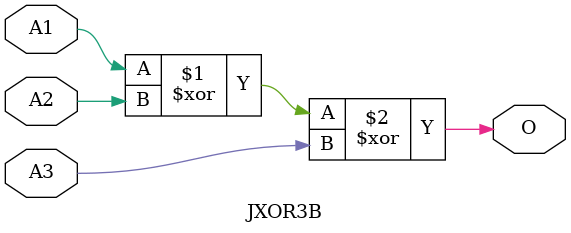
<source format=v>
module JXOR3B(A1, A2, A3, O);
input   A1;
input   A2;
input   A3;
output  O;
xor g0(O, A1, A2, A3);
endmodule
</source>
